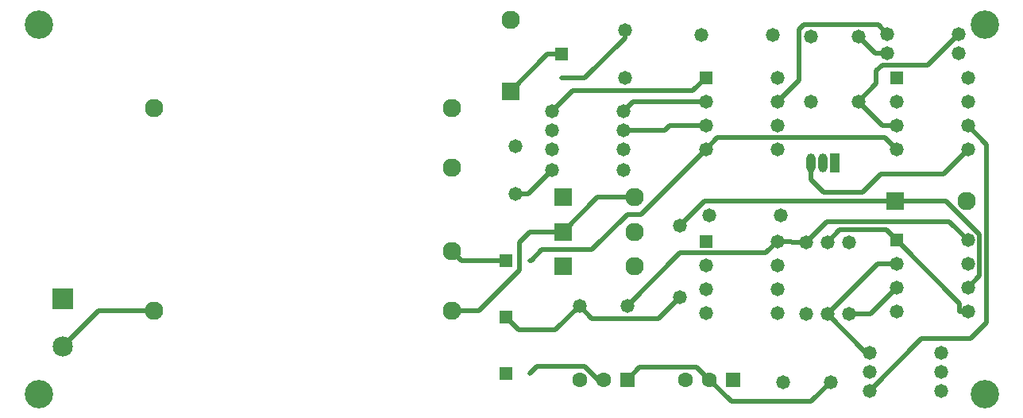
<source format=gbl>
G04 Layer_Physical_Order=2*
G04 Layer_Color=16711680*
%FSLAX25Y25*%
%MOIN*%
G70*
G01*
G75*
%ADD10C,0.02000*%
%ADD12C,0.11900*%
%ADD13C,0.05800*%
%ADD14C,0.07700*%
%ADD15R,0.05800X0.05800*%
%ADD16R,0.05800X0.05800*%
%ADD17R,0.07700X0.07700*%
%ADD18R,0.07700X0.07700*%
%ADD19R,0.08500X0.08500*%
%ADD20C,0.08500*%
%ADD21O,0.03937X0.07874*%
%ADD22R,0.03937X0.07874*%
%ADD23C,0.06299*%
%ADD24R,0.06299X0.06299*%
D10*
X496600Y144500D02*
Y147900D01*
X344800Y116000D02*
X347000D01*
X339200Y121600D02*
X344800Y116000D01*
X319100Y121600D02*
X339200D01*
X316000Y118500D02*
X319100Y121600D01*
X441000Y143500D02*
X462000Y164500D01*
X470000D01*
X457200Y127300D02*
X458800D01*
X441000Y143500D02*
X457200Y127300D01*
X374800Y222500D02*
X390000D01*
X372800Y220500D02*
X374800Y222500D01*
X355500Y220500D02*
X372800D01*
X135000Y145000D02*
X158500D01*
X120000Y130000D02*
X135000Y145000D01*
X316000Y178000D02*
X330000D01*
X311700Y173700D02*
X316000Y178000D01*
X311700Y162000D02*
Y173700D01*
X294700Y145000D02*
X311700Y162000D01*
X283500Y145000D02*
X294700D01*
X344500Y192500D02*
X360000D01*
X330000Y178000D02*
X344500Y192500D01*
X454000Y232500D02*
X461600Y240100D01*
Y245400D01*
X464000Y247800D01*
X483100D01*
X496300Y261000D01*
X464000Y222500D02*
X470000D01*
X454000Y232500D02*
X464000Y222500D01*
X359500Y232500D02*
X390000D01*
X355500Y228500D02*
X359500Y232500D01*
X391500Y116000D02*
X400700Y106800D01*
X434300D01*
X442500Y115000D01*
X357000Y116000D02*
X362200Y121200D01*
X386300D01*
X391500Y116000D01*
X310000Y194000D02*
X315500D01*
X325500Y204000D01*
X337000Y147000D02*
X342300Y141700D01*
X370200D01*
X379000Y150500D01*
X287500Y166000D02*
X306000D01*
X283500Y170000D02*
X287500Y166000D01*
X306000Y142250D02*
X311350Y136900D01*
X326900D01*
X337000Y147000D01*
X470000Y174500D02*
X496600Y147900D01*
Y144500D02*
X500000D01*
X441000Y173500D02*
X446300Y178800D01*
X465700D01*
X470000Y174500D01*
X461000Y253000D02*
X466300D01*
X454000Y260000D02*
X461000Y253000D01*
X357000Y147000D02*
X379100Y169100D01*
X415100D01*
X420000Y174000D01*
X432000Y173500D02*
X440700Y182200D01*
X492300D01*
X500000Y174500D01*
X465100Y217400D02*
X470000Y212500D01*
X394900Y217400D02*
X465100D01*
X390000Y212500D02*
X394900Y217400D01*
X316000Y166000D02*
X316800D01*
X321200Y170400D01*
X342200D01*
X357100Y185300D01*
X362800D01*
X390000Y212500D01*
X458800Y111300D02*
X480600Y133100D01*
X501000D01*
X507900Y140000D01*
Y214600D01*
X500000Y222500D02*
X507900Y214600D01*
X469500Y191000D02*
X490700D01*
X504900Y176800D01*
Y159400D02*
Y176800D01*
X500000Y154500D02*
X504900Y159400D01*
X384600Y237100D02*
X390000Y242500D01*
X334100Y237100D02*
X384600D01*
X325500Y228500D02*
X334100Y237100D01*
X389500Y191000D02*
X469500D01*
X379000Y180500D02*
X389500Y191000D01*
X356000Y259200D02*
Y262500D01*
X339300Y242500D02*
X356000Y259200D01*
X329500Y242500D02*
X339300D01*
X323512Y252500D02*
X329500D01*
X308012Y237000D02*
X323512Y252500D01*
X462400Y264900D02*
X466300Y261000D01*
X431000Y264900D02*
X462400D01*
X429100Y263000D02*
X431000Y264900D01*
X429100Y241600D02*
Y263000D01*
X420000Y232500D02*
X429100Y241600D01*
X459000Y143500D02*
X470000Y154500D01*
X450000Y143500D02*
X459000D01*
X489800Y202300D02*
X500000Y212500D01*
X463600Y202300D02*
X489800D01*
X455900Y194600D02*
X463600Y202300D01*
X439400Y194600D02*
X455900D01*
X434000Y200000D02*
X439400Y194600D01*
X434000Y200000D02*
Y207000D01*
X426200Y173500D02*
X432000D01*
X425700Y174000D02*
X426200Y173500D01*
X420000Y174000D02*
X425700D01*
D12*
X507000Y110000D02*
D03*
Y265000D02*
D03*
X110000Y110000D02*
D03*
Y265000D02*
D03*
D13*
X388000Y260500D02*
D03*
X418000D02*
D03*
X466300Y261000D02*
D03*
X496300D02*
D03*
X356000Y262500D02*
D03*
Y242500D02*
D03*
X434000Y260000D02*
D03*
X454000D02*
D03*
X434000Y232500D02*
D03*
X454000D02*
D03*
X442500Y115000D02*
D03*
X422500D02*
D03*
X310000Y194000D02*
D03*
Y214000D02*
D03*
X337000Y147000D02*
D03*
X357000D02*
D03*
X458800Y111300D02*
D03*
X488800D02*
D03*
X355500Y228500D02*
D03*
X325500D02*
D03*
X466300Y253000D02*
D03*
X496300D02*
D03*
X458800Y119300D02*
D03*
X488800D02*
D03*
X355500Y220500D02*
D03*
X325500D02*
D03*
Y212500D02*
D03*
X355500D02*
D03*
X441000Y143500D02*
D03*
Y173500D02*
D03*
X488800Y127300D02*
D03*
X458800D02*
D03*
X379000Y150500D02*
D03*
Y180500D02*
D03*
X325500Y204000D02*
D03*
X355500D02*
D03*
X432000Y143500D02*
D03*
Y173500D02*
D03*
X450000Y143500D02*
D03*
Y173500D02*
D03*
X421500Y185000D02*
D03*
X391500D02*
D03*
X390000Y232500D02*
D03*
Y222500D02*
D03*
Y212500D02*
D03*
X420000Y242500D02*
D03*
Y232500D02*
D03*
Y222500D02*
D03*
Y212500D02*
D03*
X470000Y232500D02*
D03*
Y222500D02*
D03*
Y212500D02*
D03*
X500000Y242500D02*
D03*
Y232500D02*
D03*
Y222500D02*
D03*
Y212500D02*
D03*
X470000Y164500D02*
D03*
Y154500D02*
D03*
Y144500D02*
D03*
X500000Y174500D02*
D03*
Y164500D02*
D03*
Y154500D02*
D03*
Y144500D02*
D03*
X390000Y164000D02*
D03*
Y154000D02*
D03*
Y144000D02*
D03*
X420000Y174000D02*
D03*
Y164000D02*
D03*
Y154000D02*
D03*
Y144000D02*
D03*
D14*
X283500Y230000D02*
D03*
Y205000D02*
D03*
Y170000D02*
D03*
Y145000D02*
D03*
X158500Y230000D02*
D03*
Y145000D02*
D03*
X499500Y191000D02*
D03*
X360000Y178000D02*
D03*
Y192500D02*
D03*
Y163500D02*
D03*
X308012Y267000D02*
D03*
D15*
X329500Y252500D02*
D03*
D16*
X306000Y118500D02*
D03*
Y142250D02*
D03*
Y166000D02*
D03*
X390000Y242500D02*
D03*
X470000D02*
D03*
Y174500D02*
D03*
X390000Y174000D02*
D03*
D17*
X469500Y191000D02*
D03*
X330000Y178000D02*
D03*
Y192500D02*
D03*
Y163500D02*
D03*
D18*
X308012Y237000D02*
D03*
D19*
X120000Y150000D02*
D03*
D20*
Y130000D02*
D03*
D21*
X434000Y207000D02*
D03*
X439000D02*
D03*
D22*
X444000D02*
D03*
D23*
X381500Y116000D02*
D03*
X391500D02*
D03*
X337000D02*
D03*
X347000D02*
D03*
D24*
X401500D02*
D03*
X357000D02*
D03*
M02*

</source>
